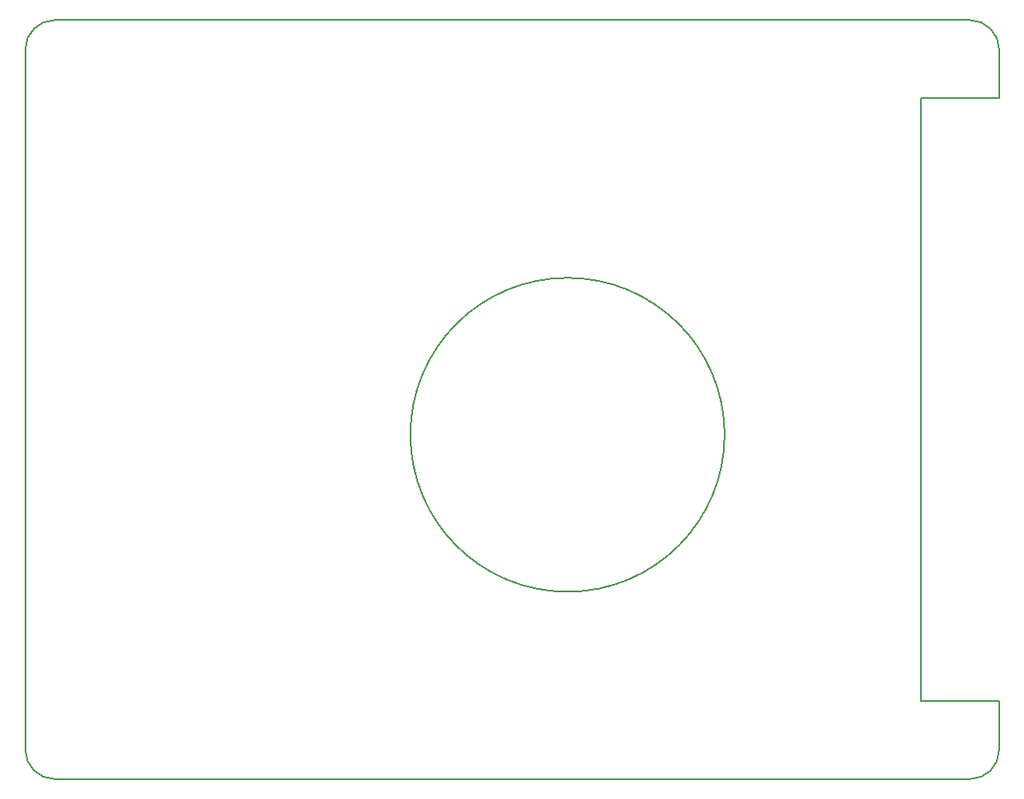
<source format=gbr>
G04 #@! TF.GenerationSoftware,KiCad,Pcbnew,(5.0.0)*
G04 #@! TF.CreationDate,2019-05-21T21:20:10+02:00*
G04 #@! TF.ProjectId,Nightmare V2 pcb V6,4E696768746D61726520563220706362,rev?*
G04 #@! TF.SameCoordinates,Original*
G04 #@! TF.FileFunction,Profile,NP*
%FSLAX46Y46*%
G04 Gerber Fmt 4.6, Leading zero omitted, Abs format (unit mm)*
G04 Created by KiCad (PCBNEW (5.0.0)) date 05/21/19 21:20:10*
%MOMM*%
%LPD*%
G01*
G04 APERTURE LIST*
%ADD10C,0.200000*%
G04 APERTURE END LIST*
D10*
X218974600Y-154000000D02*
X124974600Y-154000000D01*
X125000000Y-76000000D02*
X219000000Y-76000000D01*
X219000000Y-76000000D02*
G75*
G02X222000000Y-79000000I0J-3000000D01*
G01*
X125000000Y-154000000D02*
G75*
G02X122000000Y-151000000I0J3000000D01*
G01*
X222000000Y-146000000D02*
X222000000Y-151000000D01*
X222000000Y-84000000D02*
X214000000Y-84000000D01*
X222000000Y-79000000D02*
X222000000Y-84000000D01*
X214000000Y-146000000D02*
X222000000Y-146000000D01*
X214000000Y-84000000D02*
X214000000Y-146000000D01*
X222000000Y-151000000D02*
G75*
G02X219000000Y-154000000I-3000000J0D01*
G01*
X122000000Y-79000000D02*
G75*
G02X125000000Y-76000000I3000000J0D01*
G01*
X122000000Y-151000000D02*
X122000000Y-79000000D01*
X193806499Y-118618000D02*
G75*
G03X193806499Y-118618000I-16133499J0D01*
G01*
M02*

</source>
